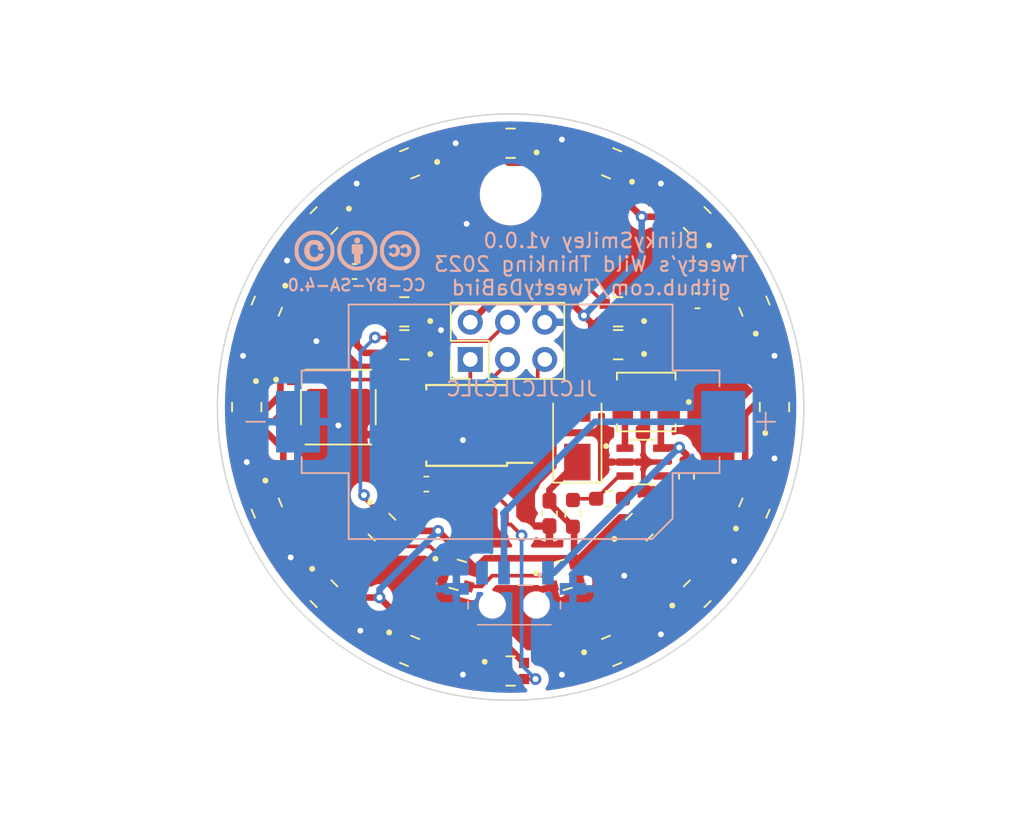
<source format=kicad_pcb>
(kicad_pcb (version 20211014) (generator pcbnew)
  (title_block (title "Blinky Heart") (date "2023-02-05") (rev "v1.0.0") (company "Tweety's Wild Thinking") (comment 1 "Markus Knutsson <markus.knutsson@tweety.se>") (comment 2 "Licensed under Creative Commons BY-SA 4.0 International "))
  (layers (0 "F.Cu" signal) (31 "B.Cu" signal) (34 "B.Paste" user) (35 "F.Paste" user) (36 "B.SilkS" user "B.Silkscreen") (37 "F.SilkS" user "F.Silkscreen") (38 "B.Mask" user) (39 "F.Mask" user) (44 "Edge.Cuts" user))
  (net 0 "")
  (net 2 "MISO")
  (net 3 "VCC")
  (net 4 "SCK")
  (net 5 "MOSI")
  (net 6 "RESET")
  (net 7 "GND")
  (net 8 "Net-(LED1-Pad1)")
  (net 9 "RGB")
  (net 10 "Net-(LED2-Pad1)")
  (net 11 "Net-(LED3-Pad1)")
  (net 12 "Net-(LED4-Pad1)")
  (net 13 "Net-(LED5-Pad1)")
  (net 14 "Net-(LED6-Pad1)")
  (net 15 "Net-(LED7-Pad1)")
  (net 16 "Net-(LED8-Pad1)")
  (net 17 "Net-(LED10-Pad3)")
  (net 18 "Net-(LED10-Pad1)")
  (net 19 "Net-(LED11-Pad1)")
  (net 20 "Net-(LED12-Pad1)")
  (net 21 "Net-(LED13-Pad1)")
  (net 22 "Net-(LED14-Pad1)")
  (net 23 "Net-(LED15-Pad1)")
  (net 24 "Net-(LED16-Pad1)")
  (net 25 "Net-(LED17-Pad1)")
  (net 26 "Net-(LED18-Pad1)")
  (net 27 "Net-(LED19-Pad1)")
  (net 28 "Net-(LED20-Pad1)")
  (net 29 "Net-(LED21-Pad1)")
  (net 30 "Net-(LED22-Pad1)")
  (net 31 "Net-(LED23-Pad1)")
  (net 33 "Net-(R1-Pad2)")
  (net 35 "/Bat+")
  (net 36 "/PWR")
  (net 37 "/PWR2")
  (footprint "WS2812-2020:LED_WS2812-2020" (layer "F.Cu") (at 137.727922 102.727922 45)
    (fp_text reference "LED15" hide)
    (fp_text value "XL-2020RGBC-WS2812B")
    (pad "1" smd rect (at -0.915 -0.55 45) (size 0.7 0.7) (layers "F.Cu" "F.Paste" "F.Mask") (net 23 "Net-(LED15-Pad1)"))
    (pad "2" smd rect (at -0.915 0.55 45) (size 0.7 0.7) (layers "F.Cu" "F.Paste" "F.Mask") (net 7 "GND"))
    (pad "3" smd rect (at 0.915 0.55 225) (size 0.7 0.7) (layers "F.Cu" "F.Paste" "F.Mask") (net 22 "Net-(LED14-Pad1)"))
    (pad "4" smd rect (at 0.915 -0.55 225) (size 0.7 0.7) (layers "F.Cu" "F.Paste" "F.Mask") (net 3 "VCC"))
  )
  (footprint "Capacitor_SMD:C_0603_1608Metric_Pad1.08x0.95mm_HandSolder" (layer "F.Cu") (at 127.65 97.25 -90)
    (fp_text reference "C5" hide)
    (fp_text value "1uF")
    (pad "1" smd roundrect (at -0.8625 0 270) (size 1.075 0.95) (layers "F.Cu" "F.Paste" "F.Mask") (net 3 "VCC"))
    (pad "2" smd roundrect (at 0.8625 0 270) (size 1.075 0.95) (layers "F.Cu" "F.Paste" "F.Mask") (net 7 "GND"))
  )
  (footprint "WS2812-2020:LED_WS2812-2020" (layer "F.Cu") (at 118.111698 106.629832 -22.5)
    (fp_text reference "LED2" hide)
    (fp_text value "XL-2020RGBC-WS2812B")
    (pad "1" smd rect (at -0.915 -0.55 337.5) (size 0.7 0.7) (layers "F.Cu" "F.Paste" "F.Mask") (net 10 "Net-(LED2-Pad1)"))
    (pad "2" smd rect (at -0.915 0.55 337.5) (size 0.7 0.7) (layers "F.Cu" "F.Paste" "F.Mask") (net 7 "GND"))
    (pad "3" smd rect (at 0.915 0.55 157.5) (size 0.7 0.7) (layers "F.Cu" "F.Paste" "F.Mask") (net 8 "Net-(LED1-Pad1)"))
    (pad "4" smd rect (at 0.915 -0.55 157.5) (size 0.7 0.7) (layers "F.Cu" "F.Paste" "F.Mask") (net 3 "VCC"))
  )
  (footprint "WS2812-2020:LED_WS2812-2020" (layer "F.Cu") (at 133.776244 98.18398 45)
    (fp_text reference "LED17" hide)
    (fp_text value "XL-2020RGBC-WS2812B")
    (pad "1" smd rect (at -0.915 -0.55 45) (size 0.7 0.7) (layers "F.Cu" "F.Paste" "F.Mask") (net 25 "Net-(LED17-Pad1)"))
    (pad "2" smd rect (at -0.915 0.55 45) (size 0.7 0.7) (layers "F.Cu" "F.Paste" "F.Mask") (net 7 "GND"))
    (pad "3" smd rect (at 0.915 0.55 225) (size 0.7 0.7) (layers "F.Cu" "F.Paste" "F.Mask") (net 24 "Net-(LED16-Pad1)"))
    (pad "4" smd rect (at 0.915 -0.55 225) (size 0.7 0.7) (layers "F.Cu" "F.Paste" "F.Mask") (net 3 "VCC"))
  )
  (footprint "WS2812-2020:LED_WS2812-2020" (layer "F.Cu") (at 132.335 83.5 180)
    (fp_text reference "LED23" hide)
    (fp_text value "XL-2020RGBC-WS2812B")
    (pad "1" smd rect (at -0.915 -0.55 180) (size 0.7 0.7) (layers "F.Cu" "F.Paste" "F.Mask") (net 31 "Net-(LED23-Pad1)"))
    (pad "2" smd rect (at -0.915 0.55 180) (size 0.7 0.7) (layers "F.Cu" "F.Paste" "F.Mask") (net 7 "GND"))
    (pad "3" smd rect (at 0.915 0.55) (size 0.7 0.7) (layers "F.Cu" "F.Paste" "F.Mask") (net 30 "Net-(LED22-Pad1)"))
    (pad "4" smd rect (at 0.915 -0.55) (size 0.7 0.7) (layers "F.Cu" "F.Paste" "F.Mask") (net 3 "VCC"))
  )
  (footprint "Capacitor_SMD:C_0603_1608Metric_Pad1.08x0.95mm_HandSolder" (layer "F.Cu") (at 119.25 95.25)
    (fp_text reference "C1" hide)
    (fp_text value "100nF")
    (pad "1" smd roundrect (at -0.8625 0) (size 1.075 0.95) (layers "F.Cu" "F.Paste" "F.Mask") (net 3 "VCC"))
    (pad "2" smd roundrect (at 0.8625 0) (size 1.075 0.95) (layers "F.Cu" "F.Paste" "F.Mask") (net 7 "GND"))
  )
  (footprint "Diode_SMD:D_SMA" (layer "F.Cu") (at 129.55 91.75 90)
    (fp_text reference "D1" hide)
    (fp_text value "1N5819")
    (pad "1" smd rect (at -2 0 90) (size 2.5 1.8) (layers "F.Cu" "F.Paste" "F.Mask") (net 3 "VCC"))
    (pad "2" smd rect (at 2 0 90) (size 2.5 1.8) (layers "F.Cu" "F.Paste" "F.Mask") (net 37 "/PWR2"))
  )
  (footprint "AP3012KTR-G1:SOT95P280X145-5N" (layer "F.Cu") (at 134.05 93.75)
    (fp_text reference "U3" hide)
    (fp_text value "AP3012KTR-G1")
    (pad "1" smd roundrect locked (at -1.25 -0.95 270) (size 0.51 1.17) (layers "F.Cu" "F.Paste" "F.Mask") (roundrect_rratio 0.15) (net 37 "/PWR2"))
    (pad "2" smd roundrect locked (at -1.25 0 270) (size 0.51 1.17) (layers "F.Cu" "F.Paste" "F.Mask") (roundrect_rratio 0.15) (net 7 "GND"))
    (pad "3" smd roundrect locked (at -1.25 0.95 270) (size 0.51 1.17) (layers "F.Cu" "F.Paste" "F.Mask") (roundrect_rratio 0.15) (net 33 "Net-(R1-Pad2)"))
    (pad "4" smd roundrect locked (at 1.25 0.95 270) (size 0.51 1.17) (layers "F.Cu" "F.Paste" "F.Mask") (roundrect_rratio 0.15) (net 36 "/PWR"))
    (pad "5" smd roundrect locked (at 1.25 -0.95 270) (size 0.51 1.17) (layers "F.Cu" "F.Paste" "F.Mask") (roundrect_rratio 0.15) (net 36 "/PWR"))
  )
  (footprint "WS2812-2020:LED_WS2812-2020" (layer "F.Cu") (at 132.335 85.74405 180)
    (fp_text reference "LED24" hide)
    (fp_text value "XL-2020RGBC-WS2812B")
    (pad "1" smd rect (at -0.915 -0.55 180) (size 0.7 0.7) (layers "F.Cu" "F.Paste" "F.Mask"))
    (pad "2" smd rect (at -0.915 0.55 180) (size 0.7 0.7) (layers "F.Cu" "F.Paste" "F.Mask") (net 7 "GND"))
    (pad "3" smd rect (at 0.915 0.55) (size 0.7 0.7) (layers "F.Cu" "F.Paste" "F.Mask") (net 31 "Net-(LED23-Pad1)"))
    (pad "4" smd rect (at 0.915 -0.55) (size 0.7 0.7) (layers "F.Cu" "F.Paste" "F.Mask") (net 3 "VCC"))
  )
  (footprint "Package_SO:SOIC-8W_5.3x5.3mm_P1.27mm" (layer "F.Cu") (at 122 91.25 180)
    (fp_text reference "U1" hide)
    (fp_text value "ATTINY85-20SU")
    (pad "1" smd rect (at -3.65 -1.905 180) (size 1.7 0.65) (layers "F.Cu" "F.Paste" "F.Mask") (net 6 "RESET"))
    (pad "2" smd rect (at -3.65 -0.635 180) (size 1.7 0.65) (layers "F.Cu" "F.Paste" "F.Mask"))
    (pad "3" smd rect (at -3.65 0.635 180) (size 1.7 0.65) (layers "F.Cu" "F.Paste" "F.Mask") (net 9 "RGB"))
    (pad "4" smd rect (at -3.65 1.905 180) (size 1.7 0.65) (layers "F.Cu" "F.Paste" "F.Mask") (net 7 "GND"))
    (pad "5" smd rect (at 3.65 1.905 180) (size 1.7 0.65) (layers "F.Cu" "F.Paste" "F.Mask") (net 5 "MOSI"))
    (pad "6" smd rect (at 3.65 0.635 180) (size 1.7 0.65) (layers "F.Cu" "F.Paste" "F.Mask") (net 2 "MISO"))
    (pad "7" smd rect (at 3.65 -0.635 180) (size 1.7 0.65) (layers "F.Cu" "F.Paste" "F.Mask") (net 4 "SCK"))
    (pad "8" smd rect (at 3.65 -1.905 180) (size 1.7 0.65) (layers "F.Cu" "F.Paste" "F.Mask") (net 3 "VCC"))
  )
  (footprint "WS2812-2020:LED_WS2812-2020" (layer "F.Cu") (at 121.39153 101.444603 -16.25)
    (fp_text reference "LED19" hide)
    (fp_text value "XL-2020RGBC-WS2812B")
    (pad "1" smd rect (at -0.915 -0.55 343.75) (size 0.7 0.7) (layers "F.Cu" "F.Paste" "F.Mask") (net 27 "Net-(LED19-Pad1)"))
    (pad "2" smd rect (at -0.915 0.55 343.75) (size 0.7 0.7) (layers "F.Cu" "F.Paste" "F.Mask") (net 7 "GND"))
    (pad "3" smd rect (at 0.915 0.55 163.75) (size 0.7 0.7) (layers "F.Cu" "F.Paste" "F.Mask") (net 26 "Net-(LED18-Pad1)"))
    (pad "4" smd rect (at 0.915 -0.55 163.75) (size 0.7 0.7) (layers "F.Cu" "F.Paste" "F.Mask") (net 3 "VCC"))
  )
  (footprint "MountingHole:MountingHole_3.2mm_M3" (layer "F.Cu") (at 124.25 75.5)
    (fp_text reference "H1" hide)
    (fp_text value "MountingHole")
    (pad "" np_thru_hole circle (at 0.75 0) (size 3.2 3.2) (drill 3.2) (layers *.Cu *.Mask))
  )
  (footprint "WS2812-2020:LED_WS2812-2020" (layer "F.Cu") (at 116.223756 98.18398 -45)
    (fp_text reference "LED20" hide)
    (fp_text value "XL-2020RGBC-WS2812B")
    (pad "1" smd rect (at -0.915 -0.55 315) (size 0.7 0.7) (layers "F.Cu" "F.Paste" "F.Mask") (net 28 "Net-(LED20-Pad1)"))
    (pad "2" smd rect (at -0.915 0.55 315) (size 0.7 0.7) (layers "F.Cu" "F.Paste" "F.Mask") (net 7 "GND"))
    (pad "3" smd rect (at 0.915 0.55 135) (size 0.7 0.7) (layers "F.Cu" "F.Paste" "F.Mask") (net 27 "Net-(LED19-Pad1)"))
    (pad "4" smd rect (at 0.915 -0.55 135) (size 0.7 0.7) (layers "F.Cu" "F.Paste" "F.Mask") (net 3 "VCC"))
  )
  (footprint "WS2812-2020:LED_WS2812-2020" (layer "F.Cu") (at 112.272078 102.727922 -45)
    (fp_text reference "LED3" hide)
    (fp_text value "XL-2020RGBC-WS2812B")
    (pad "1" smd rect (at -0.915 -0.55 315) (size 0.7 0.7) (layers "F.Cu" "F.Paste" "F.Mask") (net 11 "Net-(LED3-Pad1)"))
    (pad "2" smd rect (at -0.915 0.55 315) (size 0.7 0.7) (layers "F.Cu" "F.Paste" "F.Mask") (net 7 "GND"))
    (pad "3" smd rect (at 0.915 0.55 135) (size 0.7 0.7) (layers "F.Cu" "F.Paste" "F.Mask") (net 10 "Net-(LED2-Pad1)"))
    (pad "4" smd rect (at 0.915 -0.55 135) (size 0.7 0.7) (layers "F.Cu" "F.Paste" "F.Mask") (net 3 "VCC"))
  )
  (footprint "WS2812-2020:LED_WS2812-2020" (layer "F.Cu") (at 131.888302 106.629832 22.5)
    (fp_text reference "LED16" hide)
    (fp_text value "XL-2020RGBC-WS2812B")
    (pad "1" smd rect (at -0.915 -0.55 22.5) (size 0.7 0.7) (layers "F.Cu" "F.Paste" "F.Mask") (net 24 "Net-(LED16-Pad1)"))
    (pad "2" smd rect (at -0.915 0.55 22.5) (size 0.7 0.7) (layers "F.Cu" "F.Paste" "F.Mask") (net 7 "GND"))
    (pad "3" smd rect (at 0.915 0.55 202.5) (size 0.7 0.7) (layers "F.Cu" "F.Paste" "F.Mask") (net 23 "Net-(LED15-Pad1)"))
    (pad "4" smd rect (at 0.915 -0.55 202.5) (size 0.7 0.7) (layers "F.Cu" "F.Paste" "F.Mask") (net 3 "VCC"))
  )
  (footprint "Capacitor_SMD:C_0603_1608Metric_Pad1.08x0.95mm_HandSolder" (layer "F.Cu") (at 137.75 82.75 180)
    (fp_text reference "C3" hide)
    (fp_text value "100nF")
    (pad "1" smd roundrect (at -0.8625 0 180) (size 1.075 0.95) (layers "F.Cu" "F.Paste" "F.Mask") (net 3 "VCC"))
    (pad "2" smd roundrect (at 0.8625 0 180) (size 1.075 0.95) (layers "F.Cu" "F.Paste" "F.Mask") (net 7 "GND"))
  )
  (footprint "WS2812-2020:LED_WS2812-2020" (layer "F.Cu") (at 141.629832 96.888302 67.5)
    (fp_text reference "LED14" hide)
    (fp_text value "XL-2020RGBC-WS2812B")
    (pad "1" smd rect (at -0.915 -0.55 67.5) (size 0.7 0.7) (layers "F.Cu" "F.Paste" "F.Mask") (net 22 "Net-(LED14-Pad1)"))
    (pad "2" smd rect (at -0.915 0.55 67.5) (size 0.7 0.7) (layers "F.Cu" "F.Paste" "F.Mask") (net 7 "GND"))
    (pad "3" smd rect (at 0.915 0.55 247.5) (size 0.7 0.7) (layers "F.Cu" "F.Paste" "F.Mask") (net 21 "Net-(LED13-Pad1)"))
    (pad "4" smd rect (at 0.915 -0.55 247.5) (size 0.7 0.7) (layers "F.Cu" "F.Paste" "F.Mask") (net 3 "VCC"))
  )
  (footprint "Capacitor_SMD:C_0603_1608Metric_Pad1.08x0.95mm_HandSolder" (layer "F.Cu") (at 114.3625 80.75)
    (fp_text reference "C2" hide)
    (fp_text value "100nF")
    (pad "1" smd roundrect (at -0.8625 0) (size 1.075 0.95) (layers "F.Cu" "F.Paste" "F.Mask") (net 3 "VCC"))
    (pad "2" smd roundrect (at 0.8625 0) (size 1.075 0.95) (layers "F.Cu" "F.Paste" "F.Mask") (net 7 "GND"))
  )
  (footprint "WS2812-2020:LED_WS2812-2020" (layer "F.Cu") (at 141.629832 83.111698 112.5)
    (fp_text reference "LED12" hide)
    (fp_text value "XL-2020RGBC-WS2812B")
    (pad "1" smd rect (at -0.915 -0.55 112.5) (size 0.7 0.7) (layers "F.Cu" "F.Paste" "F.Mask") (net 20 "Net-(LED12-Pad1)"))
    (pad "2" smd rect (at -0.915 0.55 112.5) (size 0.7 0.7) (layers "F.Cu" "F.Paste" "F.Mask") (net 7 "GND"))
    (pad "3" smd rect (at 0.915 0.55 292.5) (size 0.7 0.7) (layers "F.Cu" "F.Paste" "F.Mask") (net 19 "Net-(LED11-Pad1)"))
    (pad "4" smd rect (at 0.915 -0.55 292.5) (size 0.7 0.7) (layers "F.Cu" "F.Paste" "F.Mask") (net 3 "VCC"))
  )
  (footprint "WS2812-2020:LED_WS2812-2020" (layer "F.Cu") (at 117.75 83.5 180)
    (fp_text reference "LED22" hide)
    (fp_text value "XL-2020RGBC-WS2812B")
    (pad "1" smd rect (at -0.915 -0.55 180) (size 0.7 0.7) (layers "F.Cu" "F.Paste" "F.Mask") (net 30 "Net-(LED22-Pad1)"))
    (pad "2" smd rect (at -0.915 0.55 180) (size 0.7 0.7) (layers "F.Cu" "F.Paste" "F.Mask") (net 7 "GND"))
    (pad "3" smd rect (at 0.915 0.55) (size 0.7 0.7) (layers "F.Cu" "F.Paste" "F.Mask") (net 29 "Net-(LED21-Pad1)"))
    (pad "4" smd rect (at 0.915 -0.55) (size 0.7 0.7) (layers "F.Cu" "F.Paste" "F.Mask") (net 3 "VCC"))
  )
  (footprint "FDSD0420-H-100M_P3:IND_FDSD0420-H-100M=P3" (layer "F.Cu") (at 134.25 89.65 180)
    (fp_text reference "L1" hide)
    (fp_text value "10uF")
    (pad "1" smd rect (at -1.6 0 180) (size 1.4 2.4) (layers "F.Cu" "F.Paste" "F.Mask") (net 36 "/PWR"))
    (pad "2" smd rect (at 1.6 0 180) (size 1.4 2.4) (layers "F.Cu" "F.Paste" "F.Mask") (net 37 "/PWR2"))
  )
  (footprint "WS2812-2020:LED_WS2812-2020" (layer "F.Cu") (at 117.75 85.75 180)
    (fp_text reference "LED21" hide)
    (fp_text value "XL-2020RGBC-WS2812B")
    (pad "1" smd rect (at -0.915 -0.55 180) (size 0.7 0.7) (layers "F.Cu" "F.Paste" "F.Mask") (net 29 "Net-(LED21-Pad1)"))
    (pad "2" smd rect (at -0.915 0.55 180) (size 0.7 0.7) (layers "F.Cu" "F.Paste" "F.Mask") (net 7 "GND"))
    (pad "3" smd rect (at 0.915 0.55) (size 0.7 0.7) (layers "F.Cu" "F.Paste" "F.Mask") (net 28 "Net-(LED20-Pad1)"))
    (pad "4" smd rect (at 0.915 -0.55) (size 0.7 0.7) (layers "F.Cu" "F.Paste" "F.Mask") (net 3 "VCC"))
  )
  (footprint "WS2812-2020:LED_WS2812-2020" (layer "F.Cu") (at 128.60847 101.444603 16.25)
    (fp_text reference "LED18" hide)
    (fp_text value "XL-2020RGBC-WS2812B")
    (pad "1" smd rect (at -0.915 -0.55 16.25) (size 0.7 0.7) (layers "F.Cu" "F.Paste" "F.Mask") (net 26 "Net-(LED18-Pad1)"))
    (pad "2" smd rect (at -0.915 0.55 16.25) (size 0.7 0.7) (layers "F.Cu" "F.Paste" "F.Mask") (net 7 "GND"))
    (pad "3" smd rect (at 0.915 0.55 196.25) (size 0.7 0.7) (layers "F.Cu" "F.Paste" "F.Mask") (net 25 "Net-(LED17-Pad1)"))
    (pad "4" smd rect (at 0.915 -0.55 196.25) (size 0.7 0.7) (layers "F.Cu" "F.Paste" "F.Mask") (net 3 "VCC"))
  )
  (footprint "Capacitor_SMD:C_0603_1608Metric_Pad1.08x0.95mm_HandSolder" (layer "F.Cu") (at 137 94.75 -90)
    (fp_text reference "C4" hide)
    (fp_text value "1uF")
    (pad "1" smd roundrect (at -0.8625 0 270) (size 1.075 0.95) (layers "F.Cu" "F.Paste" "F.Mask") (net 36 "/PWR"))
    (pad "2" smd roundrect (at 0.8625 0 270) (size 1.075 0.95) (layers "F.Cu" "F.Paste" "F.Mask") (net 7 "GND"))
  )
  (footprint "WS2812-2020:LED_WS2812-2020" (layer "F.Cu") (at 137.727922 77.272078 135)
    (fp_text reference "LED11" hide)
    (fp_text value "XL-2020RGBC-WS2812B")
    (pad "1" smd rect (at -0.915 -0.55 135) (size 0.7 0.7) (layers "F.Cu" "F.Paste" "F.Mask") (net 19 "Net-(LED11-Pad1)"))
    (pad "2" smd rect (at -0.915 0.55 135) (size 0.7 0.7) (layers "F.Cu" "F.Paste" "F.Mask") (net 7 "GND"))
    (pad "3" smd rect (at 0.915 0.55 315) (size 0.7 0.7) (layers "F.Cu" "F.Paste" "F.Mask") (net 18 "Net-(LED10-Pad1)"))
    (pad "4" smd rect (at 0.915 -0.55 315) (size 0.7 0.7) (layers "F.Cu" "F.Paste" "F.Mask") (net 3 "VCC"))
  )
  (footprint "WS2812-2020:LED_WS2812-2020" (layer "F.Cu") (at 107 90 -90)
    (fp_text reference "LED5" hide)
    (fp_text value "XL-2020RGBC-WS2812B")
    (pad "1" smd rect (at -0.915 -0.55 270) (size 0.7 0.7) (layers "F.Cu" "F.Paste" "F.Mask") (net 13 "Net-(LED5-Pad1)"))
    (pad "2" smd rect (at -0.915 0.55 270) (size 0.7 0.7) (layers "F.Cu" "F.Paste" "F.Mask") (net 7 "GND"))
    (pad "3" smd rect (at 0.915 0.55 90) (size 0.7 0.7) (layers "F.Cu" "F.Paste" "F.Mask") (net 12 "Net-(LED4-Pad1)"))
    (pad "4" smd rect (at 0.915 -0.55 90) (size 0.7 0.7) (layers "F.Cu" "F.Paste" "F.Mask") (net 3 "VCC"))
  )
  (footprint "WS2812-2020:LED_WS2812-2020" (layer "F.Cu") (at 112.272078 77.272078 -135)
    (fp_text reference "LED7" hide)
    (fp_text value "XL-2020RGBC-WS2812B")
    (pad "1" smd rect (at -0.915 -0.55 225) (size 0.7 0.7) (layers "F.Cu" "F.Paste" "F.Mask") (net 15 "Net-(LED7-Pad1)"))
    (pad "2" smd rect (at -0.915 0.55 225) (size 0.7 0.7) (layers "F.Cu" "F.Paste" "F.Mask") (net 7 "GND"))
    (pad "3" smd rect (at 0.915 0.55 45) (size 0.7 0.7) (layers "F.Cu" "F.Paste" "F.Mask") (net 14 "Net-(LED6-Pad1)"))
    (pad "4" smd rect (at 0.915 -0.55 45) (size 0.7 0.7) (layers "F.Cu" "F.Paste" "F.Mask") (net 3 "VCC"))
  )
  (footprint "WS2812-2020:LED_WS2812-2020" (layer "F.Cu") (at 125 108)
    (fp_text reference "LED1" hide)
    (fp_text value "XL-2020RGBC-WS2812B")
    (pad "1" smd rect (at -0.915 -0.55) (size 0.7 0.7) (layers "F.Cu" "F.Paste" "F.Mask") (net 8 "Net-(LED1-Pad1)"))
    (pad "2" smd rect (at -0.915 0.55) (size 0.7 0.7) (layers "F.Cu" "F.Paste" "F.Mask") (net 7 "GND"))
    (pad "3" smd rect (at 0.915 0.55 180) (size 0.7 0.7) (layers "F.Cu" "F.Paste" "F.Mask") (net 9 "RGB"))
    (pad "4" smd rect (at 0.915 -0.55 180) (size 0.7 0.7) (layers "F.Cu" "F.Paste" "F.Mask") (net 3 "VCC"))
  )
  (footprint "Resistor_SMD:R_0603_1608Metric_Pad0.98x0.95mm_HandSolder" (layer "F.Cu") (at 131.75 96.25)
    (fp_text reference "R2" hide)
    (fp_text value "5K")
    (pad "1" smd roundrect (at -0.9125 0) (size 0.975 0.95) (layers "F.Cu" "F.Paste" "F.Mask") (net 33 "Net-(R1-Pad2)"))
    (pad "2" smd roundrect (at 0.9125 0) (size 0.975 0.95) (layers "F.Cu" "F.Paste" "F.Mask") (net 7 "GND"))
  )
  (footprint "TS-1187A:SW_TS-1187A-B-A-B" (layer "F.Cu") (at 113.25 90)
    (fp_text reference "S1" hide)
    (fp_text value "TS-1187A-B-A-B")
    (pad "A" smd rect (at -3 -1.875) (size 1 0.75) (layers "F.Cu" "F.Paste" "F.Mask") (net 2 "MISO"))
    (pad "B" smd rect (at 3 -1.875) (size 1 0.75) (layers "F.Cu" "F.Paste" "F.Mask") (net 2 "MISO"))
    (pad "C" smd rect (at -3 1.875) (size 1 0.75) (layers "F.Cu" "F.Paste" "F.Mask") (net 7 "GND"))
    (pad "D" smd rect (at 3 1.875) (size 1 0.75) (layers "F.Cu" "F.Paste" "F.Mask") (net 7 "GND"))
  )
  (footprint "Resistor_SMD:R_0603_1608Metric_Pad0.98x0.95mm_HandSolder" (layer "F.Cu") (at 129.25 97.25 90)
    (fp_text reference "R1" hide)
    (fp_text value "10K")
    (pad "1" smd roundrect (at -0.9125 0 90) (size 0.975 0.95) (layers "F.Cu" "F.Paste" "F.Mask") (net 3 "VCC"))
    (pad "2" smd roundrect (at 0.9125 0 90) (size 0.975 0.95) (layers "F.Cu" "F.Paste" "F.Mask") (net 33 "Net-(R1-Pad2)"))
  )
  (footprint "Connector_PinHeader_2.54mm:PinHeader_2x03_P2.54mm_Vertical" (layer "F.Cu") (at 122.25 86.75 90)
    (fp_text reference "J1" hide)
    (fp_text value "AVR-ISP-6")
    (pad "1" thru_hole rect (at 0 0 90) (size 1.7 1.7) (drill 1) (layers *.Cu *.Mask) (net 2 "MISO"))
    (pad "2" thru_hole oval (at 2.54 0 90) (size 1.7 1.7) (drill 1) (layers *.Cu *.Mask) (net 3 "VCC"))
    (pad "3" thru_hole oval (at 0 2.54 90) (size 1.7 1.7) (drill 1) (layers *.Cu *.Mask) (net 4 "SCK"))
    (pad "4" thru_hole oval (at 2.54 2.54 90) (size 1.7 1.7) (drill 1) (layers *.Cu *.Mask) (net 5 "MOSI"))
    (pad "5" thru_hole oval (at 0 5.08 90) (size 1.7 1.7) (drill 1) (layers *.Cu *.Mask) (net 6 "RESET"))
    (pad "6" thru_hole oval (at 2.54 5.08 90) (size 1.7 1.7) (drill 1) (layers *.Cu *.Mask) (net 7 "GND"))
  )
  (footprint "WS2812-2020:LED_WS2812-2020" (layer "F.Cu") (at 108.370168 83.111698 -112.5)
    (fp_text reference "LED6" hide)
    (fp_text value "XL-2020RGBC-WS2812B")
    (pad "1" smd rect (at -0.915 -0.55 247.5) (size 0.7 0.7) (layers "F.Cu" "F.Paste" "F.Mask") (net 14 "Net-(LED6-Pad1)"))
    (pad "2" smd rect (at -0.915 0.55 247.5) (size 0.7 0.7) (layers "F.Cu" "F.Paste" "F.Mask") (net 7 "GND"))
    (pad "3" smd rect (at 0.915 0.55 67.5) (size 0.7 0.7) (layers "F.Cu" "F.Paste" "F.Mask") (net 13 "Net-(LED5-Pad1)"))
    (pad "4" smd rect (at 0.915 -0.55 67.5) (size 0.7 0.7) (layers "F.Cu" "F.Paste" "F.Mask") (net 3 "VCC"))
  )
  (footprint "WS2812-2020:LED_WS2812-2020" (layer "F.Cu") (at 131.888302 73.370168 157.5)
    (fp_text reference "LED10" hide)
    (fp_text value "XL-2020RGBC-WS2812B")
    (pad "1" smd rect (at -0.915 -0.55 157.5) (size 0.7 0.7) (layers "F.Cu" "F.Paste" "F.Mask") (net 18 "Net-(LED10-Pad1)"))
    (pad "2" smd rect (at -0.915 0.55 157.5) (size 0.7 0.7) (layers "F.Cu" "F.Paste" "F.Mask") (net 7 "GND"))
    (pad "3" smd rect (at 0.915 0.55 337.5) (size 0.7 0.7) (layers "F.Cu" "F.Paste" "F.Mask") (net 17 "Net-(LED10-Pad3)"))
    (pad "4" smd rect (at 0.915 -0.55 337.5) (size 0.7 0.7) (layers "F.Cu" "F.Paste" "F.Mask") (net 3 "VCC"))
  )
  (footprint "WS2812-2020:LED_WS2812-2020" (layer "F.Cu") (at 118.111698 73.370168 -157.5)
    (fp_text reference "LED8" hide)
    (fp_text value "XL-2020RGBC-WS2812B")
    (pad "1" smd rect (at -0.915 -0.55 202.5) (size 0.7 0.7) (layers "F.Cu" "F.Paste" "F.Mask") (net 16 "Net-(LED8-Pad1)"))
    (pad "2" smd rect (at -0.915 0.55 202.5) (size 0.7 0.7) (layers "F.Cu" "F.Paste" "F.Mask") (net 7 "GND"))
    (pad "3" smd rect (at 0.915 0.55 22.5) (size 0.7 0.7) (layers "F.Cu" "F.Paste" "F.Mask") (net 15 "Net-(LED7-Pad1)"))
    (pad "4" smd rect (at 0.915 -0.55 22.5) (size 0.7 0.7) (layers "F.Cu" "F.Paste" "F.Mask") (net 3 "VCC"))
  )
  (footprint "WS2812-2020:LED_WS2812-2020" (layer "F.Cu") (at 108.370168 96.888302 -67.5)
    (fp_text reference "LED4" hide)
    (fp_text value "XL-2020RGBC-WS2812B")
    (pad "1" smd rect (at -0.915 -0.55 292.5) (size 0.7 0.7) (layers "F.Cu" "F.Paste" "F.Mask") (net 12 "Net-(LED4-Pad1)"))
    (pad "2" smd rect (at -0.915 0.55 292.5) (size 0.7 0.7) (layers "F.Cu" "F.Paste" "F.Mask") (net 7 "GND"))
    (pad "3" smd rect (at 0.915 0.55 112.5) (size 0.7 0.7) (layers "F.Cu" "F.Paste" "F.Mask") (net 11 "Net-(LED3-Pad1)"))
    (pad "4" smd rect (at 0.915 -0.55 112.5) (size 0.7 0.7) (layers "F.Cu" "F.Paste" "F.Mask") (net 3 "VCC"))
  )
  (footprint "WS2812-2020:LED_WS2812-2020" (layer "F.Cu") (at 143 90 90)
    (fp_text reference "LED13" hide)
    (fp_text value "XL-2020RGBC-WS2812B")
    (pad "1" smd rect (at -0.915 -0.55 90) (size 0.7 0.7) (layers "F.Cu" "F.Paste" "F.Mask") (net 21 "Net-(LED13-Pad1)"))
    (pad "2" smd rect (at -0.915 0.55 90) (size 0.7 0.7) (layers "F.Cu" "F.Paste" "F.Mask") (net 7 "GND"))
    (pad "3" smd rect (at 0.915 0.55 270) (size 0.7 0.7) (layers "F.Cu" "F.Paste" "F.Mask") (net 20 "Net-(LED12-Pad1)"))
    (pad "4" smd rect (at 0.915 -0.55 270) (size 0.7 0.7) (layers "F.Cu" "F.Paste" "F.Mask") (net 3 "VCC"))
  )
  (footprint "WS2812-2020:LED_WS2812-2020" (layer "F.Cu") (at 125 72 180)
    (fp_text reference "LED9" hide)
    (fp_text value "XL-2020RGBC-WS2812B")
    (pad "1" smd rect (at -0.915 -0.55 180) (size 0.7 0.7) (layers "F.Cu" "F.Paste" "F.Mask") (net 17 "Net-(LED10-Pad3)"))
    (pad "2" smd rect (at -0.915 0.55 180) (size 0.7 0.7) (layers "F.Cu" "F.Paste" "F.Mask") (net 7 "GND"))
    (pad "3" smd rect (at 0.915 0.55) (size 0.7 0.7) (layers "F.Cu" "F.Paste" "F.Mask") (net 16 "Net-(LED8-Pad1)"))
    (pad "4" smd rect (at 0.915 -0.55) (size 0.7 0.7) (layers "F.Cu" "F.Paste" "F.Mask") (net 3 "VCC"))
  )
  (footprint "CR2032-BS-6-1:BAT_CR2032-BS-6-1" (layer "B.Cu") (at 125 91 180)
    (fp_text reference "BT1" hide)
    (fp_text value "CR2032-BS-6-1")
    (pad "1" smd rect (at -14.5 0 180) (size 3 4.2) (layers "B.Cu" "B.Paste" "B.Mask") (net 35 "/Bat+"))
    (pad "2" smd rect (at 14.5 0 180) (size 3 4.2) (layers "B.Cu" "B.Paste" "B.Mask") (net 7 "GND"))
  )
  (footprint "Keyboard Common:MSK12C02" (layer "B.Cu") (at 125.25 103.5 180)
    (fp_text reference "SW1" hide)
    (fp_text value "MSK12C02" hide)
    (pad "" np_thru_hole circle (at 1.5 0 180) (size 0.85 0.85) (drill 0.85) (layers *.Cu *.Mask))
    (pad "" np_thru_hole circle (at -1.5 0 180) (size 0.85 0.85) (drill 0.85) (layers *.Cu *.Mask))
    (pad "A1" smd rect (at -2.3 2.2 180) (size 0.8 1.6) (layers "B.Cu" "B.Paste" "B.Mask") (net 36 "/PWR"))
    (pad "B1" smd rect (at 0.7 2.2 180) (size 0.8 1.6) (layers "B.Cu" "B.Paste" "B.Mask") (net 35 "/Bat+"))
    (pad "C1" smd rect (at 2.2 2.2 180) (size 0.8 1.6) (layers "B.Cu" "B.Paste" "B.Mask"))
    (pad "MP" smd rect (at 3.95 -1.1 90) (size 0.8 1.7) (layers "B.Cu" "B.Paste" "B.Mask") (net 7 "GND"))
    (pad "MP" smd rect (at 3.95 1.1 90) (size 0.8 1.7) (layers "B.Cu" "B.Paste" "B.Mask") (net 7 "GND"))
    (pad "MP" smd rect (at -4 1.1 90) (size 0.8 1.8) (layers "B.Cu" "B.Paste" "B.Mask") (net 7 "GND"))
    (pad "MP" smd rect (at -4 -1.1 90) (size 0.8 1.8) (layers "B.Cu" "B.Paste" "B.Mask") (net 7 "GND"))
  )
  (footprint "Logotypes:CC_BY_SA_40" (layer "B.Cu") (at 114.5 80.25 180)
    (fp_text reference "Logo1")
    (fp_text value "CC-BY-SA-4.0" (at 0 -1.43) (layer "B.SilkS") (effects (font (size 0.8 0.8)) (justify mirror)))
  )
  (gr_circle (center 125 90) (end 145 90) (layer "Edge.Cuts") (width 0.1) (fill none))
  (gr_text "JLCJLCJLCJLC" (at 125.75 88.75) (layer "B.SilkS") (effects (font (size 1 1)) (justify mirror)))
  (gr_text "BlinkySmiley v1.0.0\nTweety's Wild Thinking 2023\ngithub.com/TweetyDaBird\n" (at 130.5 80.25) (layer "B.SilkS") (effects (font (size 1 1)) (justify mirror)))
  (segment (start 116.25 88.125) (end 110.25 88.125) (width 0.25) (layer "F.Cu") (net 2))
  (segment (start 122.25 88.1) (end 119.735 90.615) (width 0.25) (layer "F.Cu") (net 2))
  (segment (start 116.25 89.04) (end 116.25 88.125) (width 0.25) (layer "F.Cu") (net 2))
  (segment (start 122.25 86.75) (end 122.25 88.1) (width 0.25) (layer "F.Cu") (net 2))
  (segment (start 117.825 90.615) (end 116.25 89.04) (width 0.25) (layer "F.Cu") (net 2))
  (segment (start 119.735 90.615) (end 118.35 90.615) (width 0.25) (layer "F.Cu") (net 2))
  (segment (start 118.35 90.615) (end 117.825 90.615) (width 0.25) (layer "F.Cu") (net 2))
  (segment (start 113.5 82.35) (end 113.5 80.75) (width 0.45) (layer "F.Cu") (net 3))
  (segment (start 121.753664 74.496336) (end 123.7 72.55) (width 0.45) (layer "F.Cu") (net 3))
  (segment (start 124.668975 106.203975) (end 119.435403 106.203975) (width 0.45) (layer "F.Cu") (net 3))
  (segment (start 124.86 73.325) (end 130.62933 73.325) (width 0.45) (layer "F.Cu") (net 3))
  (segment (start 110.082476 84.167524) (end 113.5 80.75) (width 0.45) (layer "F.Cu") (net 3))
  (segment (start 129.33301 100.660532) (end 128.986139 100.313661) (width 0.45) (layer "F.Cu") (net 3))
  (segment (start 113.5 80.75) (end 113.5 79.794005) (width 0.45) (layer "F.Cu") (net 3))
  (segment (start 114.469123 78.307989) (end 117.476824 75.300288) (width 0.45) (layer "F.Cu") (net 3))
  (segment (start 122.423882 101.172619) (end 122.423882 100.808054) (width 0.45) (layer "F.Cu") (net 3))
  (segment (start 116.060523 102.986016) (end 119.167524 106.093017) (width 0.45) (layer "F.Cu") (net 3))
  (segment (start 122.423882 100.808054) (end 120.057902 98.442074) (width 0.45) (layer "F.Cu") (net 3))
  (segment (start 140.771543 82.476824) (end 138.885676 82.476824) (width 0.45) (layer "F.Cu") (net 3))
  (segment (start 136.511991 96.900581) (end 137.986016 98.374606) (width 0.45) (layer "F.Cu") (net 3))
  (segment (start 137.986016 98.374606) (end 137.986016 101.692011) (width 0.45) (layer "F.Cu") (net 3))
  (segment (start 124.085 72.55) (end 124.86 73.325) (width 0.45) (layer "F.Cu") (net 3))
  (segment (start 130.832476 73.906983) (end 133.939477 77.013984) (width 0.45) (layer "F.Cu") (net 3))
  (segment (start 130.5 84.56405) (end 131.01405 84.05) (width 0.45) (layer "F.Cu") (net 3))
  (segment (start 142.415 89.085) (end 141 90.5) (width 0.45) (layer "F.Cu") (net 3))
  (segment (start 132.523176 104.976824) (end 135.807989 101.692011) (width 0.45) (layer "F.Cu") (net 3))
  (segment (start 138.6125 81.1125) (end 138.6125 82.75) (width 0.45) (layer "F.Cu") (net 3))
  (segment (start 118.35 93.155) (end 118.35 95.2125) (width 0.45) (layer "F.Cu") (net 3))
  (segment (start 129.33301 100.660532) (end 129.33301 98.24551) (width 0.45) (layer "F.Cu") (net 3))
  (segment (start 130.62933 73.325) (end 130.832476 73.528146) (width 0.45) (layer "F.Cu") (net 3))
  (segment (start 117.744703 74.496336) (end 121.753664 74.496336) (width 0.45) (layer "F.Cu") (net 3))
  (segment (start 112.013984 78.307989) (end 114.469123 78.307989) (width 0.45) (layer "F.Cu") (net 3))
  (segment (start 113.307989 101.030877) (end 109.800288 97.523176) (width 0.45) (layer "F.Cu") (net 3))
  (segment (start 119.435403 106.203975) (end 119.167524 106.471854) (width 0.45) (layer "F.Cu") (net 3))
  (segment (start 134.034338 97.148069) (end 134.281826 96.900581) (width 0.45) (layer "F.Cu") (net 3))
  (segment (start 114.5 84.75) (end 115.2 84.05) (width 0.45) (layer "F.Cu") (net 3))
  (segment (start 129.33301 98.24551) (end 129.25 98.1625) (width 0.45) (layer "F.Cu") (net 3))
  (segment (start 127.65 96.5625) (end 129.25 98.1625) (width 0.45) (layer "F.Cu") (net 3))
  (segment (start 131.42 86.29405) (end 130.97 86.29405) (width 0.45) (layer "F.Cu") (net 3))
  (segment (start 113.307989 102.986016) (end 116.060523 102.986016) (width 0.45) (layer "F.Cu") (net 3))
  (segment (start 113.5 79.794005) (end 112.013984 78.307989) (width 0.45) (layer "F.Cu") (net 3))
  (segment (start 130.832476 73.528146) (end 130.832476 73.906983) (width 0.45) (layer "F.Cu") (net 3))
  (segment (start 130 83.75) (end 128 81.75) (width 0.45) (layer "F.Cu") (net 3))
  (segment (start 135.807989 101.692011) (end 137.986016 101.692011) (width 0.45) (layer "F.Cu") (net 3))
  (segment (start 142.45 89.085) (end 142.415 89.085) (width 0.45) (layer "F.Cu") (net 3))
  (segment (start 134.281826 96.900581) (end 136.511991 96.900581) (width 0.45) (layer "F.Cu") (net 3))
  (segment (start 141 95.360622) (end 137.986016 98.374606) (width 0.45) (layer "F.Cu") (net 3))
  (segment (start 130.5 84.56405) (end 130.5 84.25) (width 0.45) (layer "F.Cu") (net 3))
  (segment (start 117.259667 98.442074) (end 117.259667 96.377833) (width 0.45) (layer "F.Cu") (net 3))
  (segment (start 109.800288 97.523176) (end 109.228457 97.523176) (width 0.45) (layer "F.Cu") (net 3))
  (segment (start 132.523176 105.771543) (end 132.523176 104.976824) (width 0.45) (layer "F.Cu") (net 3))
  (segment (start 133.660308 97.522099) (end 134.034338 97.148069) (width 0.45) (layer "F.Cu") (net 3))
  (segment (start 129.33301 100.660532) (end 132.471443 97.522099) (width 0.45) (layer "F.Cu") (net 3))
  (segment (start 118.35 95.2125) (end 118.3875 95.25) (width 0.45) (layer "F.Cu") (net 3))
  (segment (start 138.6125 84.8625) (end 138.6125 82.75) (width 0.45) (layer "F.Cu") (net 3))
  (segment (start 124.71 81.75) (end 122.25 84.21) (width 0.45) (layer "F.Cu") (net 3))
  (segment (start 109.299501 89.165499) (end 109.299501 84.938879) (width 0.45) (layer "F.Cu") (net 3))
  (segment (start 142.45 88.7) (end 138.6125 84.8625) (width 0.45) (layer "F.Cu") (net 3))
  (segment (start 142.45 89.085) (end 142.45 88.7) (width 0.45) (layer "F.Cu") (net 3))
  (segment (start 141 95.360622) (end 141.471854 95.832476) (width 0.45) (layer "F.Cu") (net 3))
  (segment (start 108.528146 84.167524) (end 110.082476 84.167524) (width 0.45) (layer "F.Cu") (net 3))
  (segment (start 127.65 95.65) (end 129.55 93.75) (width 0.45) (layer "F.Cu") (net 3))
  (segment (start 132.471443 97.522099) (end 133.660308 97.522099) (width 0.45) (layer "F.Cu") (net 3))
  (segment (start 109.496336 92.861336) (end 107.55 90.915) (width 0.45) (layer "F.Cu") (net 3))
  (segment (start 115.2 84.05) (end 116.835 84.05) (width 0.45) (layer "F.Cu") (net 3))
  (segment (start 133.939477 77.013984) (end 136.692011 77.013984) (width 0.45) (layer "F.Cu") (net 3))
  (segment (start 117.476824 74.228457) (end 117.744703 74.496336) (width 0.45) (layer "F.Cu") (net 3))
  (segment (start 136.692011 79.192011) (end 138.6125 81.1125) (width 0.45) (layer "F.Cu") (net 3))
  (segment (start 127.65 96.3875) (end 127.65 95.65) (width 0.45) (layer "F.Cu") (net 3))
  (segment (start 128 81.75) (end 124.71 81.75) (width 0.45) (layer "F.Cu") (net 3))
  (segment (start 109.496336 97.255297) (end 109.496336 92.861336) (width 0.45) (layer "F.Cu") (net 3))
  (segment (start 120.057902 98.442074) (end 117.259667 98.442074) (width 0.45) (layer "F.Cu") (net 3))
  (segment (start 115.05 86.3) (end 114.5 85.75) (width 0.45) (layer "F.Cu") (net 3))
  (segment (start 107.55 90.915) (end 109.299501 89.165499) (width 0.45) (layer "F.Cu") (net 3))
  (segment (start 116.835 86.3) (end 115.05 86.3) (width 0.45) (layer "F.Cu") (net 3))
  (segment (start 138.885676 82.476824) (end 138.6125 82.75) (width 0.45) (layer "F.Cu") (net 3))
  (segment (start 117.476824 75.300288) (end 117.476824 74.228457) (width 0.45) (layer "F.Cu") (net 3))
  (segment (start 117.259667 96.377833) (end 118.3875 95.25) (width 0.45) (layer "F.Cu") (net 3))
  (segment (start 109.299501 84.938879) (end 108.528146 84.167524) (width 0.45) (layer "F.Cu") (net 3))
  (segment (start 125.915 107.45) (end 124.668975 106.203975) (width 0.45) (layer "F.Cu") (net 3))
  (segment (start 109.228457 97.523176) (end 109.496336 97.255297) (width 0.45) (layer "F.Cu") (net 3))
  (segment (start 123.28284 100.313661) (end 122.423882 101.172619) (width 0.45) (layer "F.Cu") (net 3))
  (segment (start 123.7 72.55) (end 124.085 72.55) (width 0.45) (layer "F.Cu") (net 3))
  (segment (start 130.5 84.25) (end 130 83.75) (width 0.45) (layer "F.Cu") (net 3))
  (segment (start 115.2 84.05) (end 113.5 82.35) (width 0.45) (layer "F.Cu") (net 3))
  (segment (start 113.307989 102.986016) (end 113.307989 101.030877) (width 0.45) (layer "F.Cu") (net 3))
  (segment (start 136.692011 77.013984) (end 136.692011 79.192011) (width 0.45) (layer "F.Cu") (net 3))
  (segment (start 130.97 86.29405) (end 130.5 85.82405) (width 0.45) (layer "F.Cu") (net 3))
  (segment (start 130.5 85.82405) (end 130.5 84.56405) (width 0.45) (layer "F.Cu") (net 3))
  (segment (start 127.65 96.3875) (end 127.65 96.5625) (width 0.45) (layer "F.Cu") (net 3))
  (segment (start 128.986139 100.313661) (end 123.28284 100.313661) (width 0.45) (layer "F.Cu") (net 3))
  (segment (start 141 90.5) (end 141 95.360622) (width 0.45) (layer "F.Cu") (net 3))
  (segment (start 119.167524 106.093017) (end 119.167524 106.471854) (width 0.45) (layer "F.Cu") (net 3))
  (segment (start 114.5 85.75) (end 114.5 84.75) (width 0.45) (layer "F.Cu") (net 3))
  (segment (start 131.01405 84.05) (end 131.42 84.05) (width 0.45) (layer "F.Cu") (net 3))
  (via (at 120.057902 98.442074) (size 0.8) (drill 0.4) (layers "F.Cu" "B.Cu") (net 3))
  (via (at 133.939477 77.013984) (size 0.8) (drill 0.4) (layers "F.Cu" "B.Cu") (net 3))
  (via (at 130 83.75) (size 0.8) (drill 0.4) (layers "F.Cu" "B.Cu") (net 3))
  (via (at 116.060523 102.986016) (size 0.8) (drill 0.4) (layers "F.Cu" "B.Cu") (net 3))
  (segment (start 130 83.75) (end 133.939477 79.810523) (width 0.45) (layer "B.Cu") (net 3))
  (segment (start 116.060523 102.439453) (end 120.057902 98.442074) (width 0.45) (layer "B.Cu") (net 3))
  (segment (start 133.939477 79.810523) (end 133.939477 77.013984) (width 0.45) (layer "B.Cu") (net 3))
  (segment (start 116.060523 102.986016) (end 116.060523 102.439453) (width 0.45) (layer "B.Cu") (net 3))
  (segment (start 119.905 91.885) (end 124.79 87) (width 0.25) (layer "F.Cu") (net 4))
  (segment (start 124.79 87) (end 124.79 86.75) (width 0.25) (layer "F.Cu") (net 4))
  (segment (start 118.35 91.885) (end 119.905 91.885) (width 0.25) (layer "F.Cu") (net 4))
  (segment (start 118.35 89.345) (end 118.35 87.9) (width 0.25) (layer "F.Cu") (net 5))
  (segment (start 120.75 85.5) (end 123.5 85.5) (width 0.25) (layer "F.Cu") (net 5))
  (segment (start 123.5 85.5) (end 124.79 84.21) (width 0.25) (layer "F.Cu") (net 5))
  (segment (start 118.35 87.9) (end 120.75 85.5) (width 0.25) (layer "F.Cu") (net 5))
  (segment (start 126.85 87.23) (end 126.85 92.48) (width 0.25) (layer "F.Cu") (net 6))
  (segment (start 127.33 86.75) (end 126.85 87.23) (width 0.25) (layer "F.Cu") (net 6))
  (segment (start 126.85 92.48) (end 126.175 93.155) (width 0.25) (layer "F.Cu") (net 6))
  (segment (start 126.175 93.155) (end 125.65 93.155) (width 0.25) (layer "F.Cu") (net 6))
  (segment (start 133.3 95.6125) (end 137 95.6125) (width 0.45) (layer "F.Cu") (net 7))
  (segment (start 132.6625 96.25) (end 133.3 95.6125) (width 0.45) (layer "F.Cu") (net 7))
  (via (at 113.25 91.25) (size 0.8) (drill 0.4) (layers "F.Cu" "B.Cu") (net 7))
  (via (at 143 93.5) (size 0.8) (drill 0.4) (layers "F.Cu" "B.Cu") (net 7))
  (via (at 128.5 108.25) (size 0.8) (drill 0.4) (layers "F.Cu" "B.Cu") (net 7))
  (via (at 128.5 71.75) (size 0.8) (drill 0.4) (layers "F.Cu" "B.Cu") (net 7))
  (via (at 121.75 92.25) (size 0.8) (drill 0.4) (layers "F.Cu" "B.Cu") (net 7))
  (via (at 111.75 85.5) (size 0.8) (drill 0.4) (layers "F.Cu" "B.Cu") (net 7))
  (via (at 110 100.25) (size 0.8) (drill 0.4) (layers "F.Cu" "B.Cu") (net 7))
  (via (at 114.75 105.25) (size 0.8) (drill 0.4) (layers "F.Cu" "B.Cu") (net 7))
  (via (at 109.75 80) (size 0.8) (drill 0.4) (layers "F.Cu" "B.Cu") (net 7))
  (via (at 140.25 79.75) (size 0.8) (drill 0.4) (layers "F.Cu" "B.Cu") (net 7))
  (via (at 106.75 86.5) (size 0.8) (drill 0.4) (layers "F.Cu" "B.Cu") (net 7))
  (via (at 121.25 72) (size 0.8) (drill 0.4) (layers "F.Cu" "B.Cu") (net 7))
  (via (at 121.75 108.25) (size 0.8) (drill 0.4) (layers "F.Cu" "B.Cu") (net 7))
  (via (at 135.25 105.5) (size 0.8) (drill 0.4) (layers "F.Cu" "B.Cu") (net 7))
  (via (at 132.75 101.5) (size 0.8) (drill 0.4) (layers "F.Cu" "B.Cu") (net 7))
  (via (at 143 86.5) (size 0.8) (drill 0.4) (layers "F.Cu" "B.Cu") (net 7))
  (via (at 120.25 84.75) (size 0.8) (drill 0.4) (layers "F.Cu" "B.Cu") (net 7))
  (via (at 140.25 100.5) (size 0.8) (drill 0.4) (layers "F.Cu" "B.Cu") (net 7))
  (via (at 114.5 74.75) (size 0.8) (drill 0.4) (layers "F.Cu" "B.Cu") (net 7))
  (via (at 107 93.75) (size 0.8) (drill 0.4) (layers "F.Cu" "B.Cu") (net 7))
  (via (at 122 77.5) (size 0.8) (drill 0.4) (layers "F.Cu" "B.Cu") (net 7))
  (via (at 135.25 74.75) (size 0.8) (drill 0.4) (layers "F.Cu" "B.Cu") (net 7))
  (segment (start 119.511879 107.488121) (end 120 107) (width 0.25) (layer "F.Cu") (net 8))
  (segment (start 123.635 107) (end 124.085 107.45) (width 0.25) (layer "F.Cu") (net 8))
  (segment (start 120 107) (end 123.635 107) (width 0.25) (layer "F.Cu") (net 8))
  (segment (start 118.746572 107.488121) (end 119.511879 107.488121) (width 0.25) (layer "F.Cu") (net 8))
  (segment (start 124.75 96.75) (end 124.75 98) (width 0.25) (layer "F.Cu") (net 9))
  (segment (start 124.75 98) (end 125 98) (width 0.25) (layer "F.Cu") (net 9))
  (segment (start 126.7 108.55) (end 125.915 108.55) (width 0.25) (layer "F.Cu") (net 9))
  (segment (start 123.75 95.75) (end 124.75 96.75) (width 0.25) (layer "F.Cu") (net 9))
  (segment (start 125 98) (end 125.75 98.75) (width 0.25) (layer "F.Cu") (net 9))
  (segment (start 123.75 91.99) (end 123.75 95.75) (width 0.25) (layer "F.Cu") (net 9))
  (segment (start 125.65 90.615) (end 125.125 90.615) (width 0.25) (layer "F.Cu") (net 9))
  (segment (start 125.125 90.615) (end 123.75 91.99) (width 0.25) (layer "F.Cu") (net 9))
  (via (at 126.7 108.55) (size 0.8) (drill 0.4) (layers "F.Cu" "B.Cu") (net 9))
  (via (at 125.75 98.75) (size 0.8) (drill 0.4) (layers "F.Cu" "B.Cu") (net 9))
  (segment (start 125.75 107.6) (end 126.7 108.55) (width 0.25) (layer "B.Cu") (net 9))
  (segment (start 125.75 98.75) (end 125.75 107.6) (width 0.25) (layer "B.Cu") (net 9))
  (segment (start 112.766339 104) (end 115.705281 104) (width 0.25) (layer "F.Cu") (net 10))
  (segment (start 115.705281 104) (end 117.476824 105.771543) (width 0.25) (layer "F.Cu") (net 10))
  (segment (start 112.530172 103.763833) (end 112.766339 104) (width 0.25) (layer "F.Cu") (net 10))
  (segment (start 108.768062 98.5) (end 108.21219 97.944128) (width 0.25) (layer "F.Cu") (net 11))
  (segment (start 112.013984 100.513984) (end 110 98.5) (width 0.25) (layer "F.Cu") (net 11))
  (segment (start 110 98.5) (end 108.768062 98.5) (width 0.25) (layer "F.Cu") (net 11))
  (segment (start 112.013984 101.692011) (end 112.013984 100.513984) (width 0.25) (layer "F.Cu") (net 11))
  (segment (start 106.45 90.915) (end 106.45 91.45) (width 0.25) (layer "F.Cu") (net 12))
  (segment (start 108.528146 93.528146) (end 108.528146 95.832476) (width 0.25) (layer "F.Cu") (net 12))
  (segment (start 106.45 91.45) (end 108.528146 93.528146) (width 0.25) (layer "F.Cu") (net 12))
  (segment (start 108.25 88.385) (end 108.25 85.25) (width 0.25) (layer "F.Cu") (net 13))
  (segment (start 107.511879 84.511879) (end 107.511879 83.746572) (width 0.25) (layer "F.Cu") (net 13))
  (segment (start 107.55 89.085) (end 108.25 88.385) (width 0.25) (layer "F.Cu") (net 13))
  (segment (start 108.25 85.25) (end 107.511879 84.511879) (width 0.25) (layer "F.Cu") (net 13))
  (segment (start 111 80.705281) (end 111 77.766339) (width 0.25) (layer "F.Cu") (net 14))
  (segment (start 111 77.766339) (end 111.236167 77.530172) (width 0.25) (layer "F.Cu") (net 14))
  (segment (start 109.228457 82.476824) (end 111 80.705281) (width 0.25) (layer "F.Cu") (net 14))
  (segment (start 116.5 75.5) (end 116.5 73.768062) (width 0.25) (layer "F.Cu") (net 15))
  (segment (start 113.307989 77.013984) (end 114.986016 77.013984) (width 0.25) (layer "F.Cu") (net 15))
  (segment (start 116.5 73.768062) (end 117.055872 73.21219) (width 0.25) (layer "F.Cu") (net 15))
  (segment (start 114.986016 77.013984) (end 116.5 75.5) (width 0.25) (layer "F.Cu") (net 15))
  (segment (start 121.471854 73.528146) (end 123.55 71.45) (width 0.25) (layer "F.Cu") (net 16))
  (segment (start 123.55 71.45) (end 124.085 71.45) (width 0.25) (layer "F.Cu") (net 16))
  (segment (start 119.167524 73.528146) (end 121.471854 73.528146) (width 0.25) (layer "F.Cu") (net 16))
  (segment (start 131.215307 72.55) (end 131.253428 72.511879) (width 0.25) (layer "F.Cu") (net 17))
  (segment (start 125.915 72.55) (end 131.215307 72.55) (width 0.25) (layer "F.Cu") (net 17))
  (segment (start 137.42767 76.194009) (end 137.469828 76.236167) (width 0.25) (layer "F.Cu") (net 18))
  (segment (start 134.488728 76.194009) (end 137.42767 76.194009) (width 0.25) (layer "F.Cu") (net 18))
  (segment (start 132.523176 74.228457) (end 134.488728 76.194009) (width 0.25) (layer "F.Cu") (net 18))
  (segment (start 140.981938 81.25) (end 140 81.25) (width 0.25) (layer "F.Cu") (net 19))
  (segment (start 141.78781 82.055872) (end 140.981938 81.25) (width 0.25) (layer "F.Cu") (net 19))
  (segment (start 140 81.25) (end 137.986016 79.236016) (width 0.25) (layer "F.Cu") (net 19))
  (segment (start 137.986016 79.236016) (end 137.986016 78.307989) (width 0.25) (layer "F.Cu") (net 19))
  (segment (start 141.471854 86.756854) (end 143.55 88.835) (width 0.25) (layer "F.Cu") (net 20))
  (segment (start 143.55 88.835) (end 143.55 89.085) (width 0.25) (layer "F.Cu") (net 20))
  (segment (start 141.471854 84.167524) (end 141.471854 86.756854) (width 0.25) (layer "F.Cu") (net 20))
  (segment (start 142.254151 96.019458) (end 142.488121 96.253428) (width 0.25) (layer "F.Cu") (net 21))
  (segment (start 142.45 92.05) (end 142 92.5) (width 0.25) (layer "F.Cu") (net 21))
  (segment (start 142 92.5) (end 142.254151 92.754151) (width 0.25) (layer "F.Cu") (net 21))
  (segment (start 142.254151 92.754151) (end 142.254151 96.019458) (width 0.25) (layer "F.Cu") (net 21))
  (segment (start 142.45 90.915) (end 142.45 92.05) (width 0.25) (layer "F.Cu") (net 21))
  (segment (start 140.771543 97.523176) (end 138.805991 99.488728) (width 0.25) (layer "F.Cu") (net 22))
  (segment (start 138.805991 99.488728) (end 138.805991 102.42767) (width 0.25) (layer "F.Cu") (net 22))
  (segment (start 138.805991 102.42767) (end 138.763833 102.469828) (width 0.25) (layer "F.Cu") (net 22))
  (segment (start 135.763984 102.986016) (end 134.5 104.25) (width 0.25) (layer "F.Cu") (net 23))
  (segment (start 134.5 104.25) (end 134.5 105.231938) (width 0.25) (layer "F.Cu") (net 23))
  (segment (start 136.692011 102.986016) (end 135.763984 102.986016) (width 0.25) (layer "F.Cu") (net 23))
  (segment (start 134.5 105.231938) (end 132.944128 106.78781) (width 0.25) (layer "F.Cu") (net 23))
  (segment (start 130.832476 106.471854) (end 130.832476 105.667524) (width 0.25) (layer "F.Cu") (net 24))
  (segment (start 130.832476 105.667524) (end 135.75 100.75) (width 0.25) (layer "F.Cu") (net 24))
  (segment (start 135.75 100.75) (end 135.75 98.863731) (width 0.25) (layer "F.Cu") (net 24))
  (segment (start 135.75 98.863731) (end 134.812155 97.925886) (width 0.25) (layer "F.Cu") (net 24))
  (segment (start 132.740333 98.617076) (end 132.740333 98.442074) (width 0.25) (layer "F.Cu") (net 25))
  (segment (start 129.640822 101.716587) (end 132.740333 98.617076) (width 0.25) (layer "F.Cu") (net 25))
  (segment (start 127.248737 101.5) (end 127.576118 101.172619) (width 0.25) (layer "F.Cu") (net 26))
  (segment (start 123.75 101.5) (end 127.248737 101.5) (width 0.25) (layer "F.Cu") (net 26))
  (segment (start 123.021326 102.228674) (end 123.75 101.5) (width 0.25) (layer "F.Cu") (net 26))
  (segment (start 122.11607 102.228674) (end 123.021326 102.228674) (width 0.25) (layer "F.Cu") (net 26))
  (segment (start 119.506458 99.5) (end 116.761959 99.5) (width 0.25) (layer "F.Cu") (net 27))
  (segment (start 120.66699 100.660532) (end 119.506458 99.5) (width 0.25) (layer "F.Cu") (net 27))
  (segment (start 116.761959 99.5) (end 116.48185 99.219891) (width 0.25) (layer "F.Cu") (net 27))
  (segment (start 115.965662 97.148069) (end 115 96.182407) (width 0.25) (layer "F.Cu") (net 28))
  (segment (start 116.785 85.25) (end 116.835 85.2) (width 0.25) (layer "F.Cu") (net 28))
  (segment (start 115 96.182407) (end 115 96) (width 0.25) (layer "F.Cu") (net 28))
  (segment (start 115.75 85.25) (end 116.785 85.25) (width 0.25) (layer "F.Cu") (net 28))
  (via (at 115 96) (size 0.8) (drill 0.4) (layers "F.Cu" "B.Cu") (net 28))
  (via (at 115.75 85.25) (size 0.8) (drill 0.4) (layers "F.Cu" "B.Cu") (net 28))
  (segment (start 115.75 85.25) (end 114.75 86.25) (width 0.25) (layer "B.Cu") (net 28))
  (segment (start 114.75 95.75) (end 115 96) (width 0.25) (layer "B.Cu") (net 28))
  (segment (start 114.75 86.25) (end 114.75 95.75) (width 0.25) (layer "B.Cu") (net 28))
  (segment (start 118.065 86.3) (end 118.665 86.3) (width 0.25) (layer "F.Cu") (net 29))
  (segment (start 117.75 83.75) (end 117.75 85.985) (width 0.25) (layer "F.Cu") (net 29))
  (segment (start 117.75 85.985) (end 118.065 86.3) (width 0.25) (layer "F.Cu") (net 29))
  (segment (start 116.835 82.95) (end 116.95 82.95) (width 0.25) (layer "F.Cu") (net 29))
  (segment (start 116.95 82.95) (end 117.75 83.75) (width 0.25) (layer "F.Cu") (net 29))
  (segment (start 123 80.75) (end 129.22 80.75) (width 0.25) (layer "F.Cu") (net 30))
  (segment (start 118.665 84.05) (end 119.7 84.05) (width 0.25) (layer "F.Cu") (net 30))
  (segment (start 129.22 80.75) (end 131.42 82.95) (width 0.25) (layer "F.Cu") (net 30))
  (segment (start 119.7 84.05) (end 123 80.75) (width 0.25) (layer "F.Cu") (net 30))
  (segment (start 133.25 84.05) (end 132.65 84.05) (width 0.25) (layer "F.Cu") (net 31))
  (segment (start 131.50595 85.19405) (end 131.42 85.19405) (width 0.25) (layer "F.Cu") (net 31))
  (segment (start 132.65 84.05) (end 131.50595 85.19405) (width 0.25) (layer "F.Cu") (net 31))
  (segment (start 132.8 94.7) (end 132.3875 94.7) (width 0.25) (layer "F.Cu") (net 33))
  (segment (start 132.3875 94.7) (end 130.8375 96.25) (width 0.25) (layer "F.Cu") (net 33))
  (segment (start 130.8375 96.25) (end 129.3375 96.25) (width 0.25) (layer "F.Cu") (net 33))
  (segment (start 129.3375 96.25) (end 129.25 96.3375) (width 0.25) (layer "F.Cu") (net 33))
  (segment (start 132.6625 94.8375) (end 132.8 94.7) (width 0.25) (layer "F.Cu") (net 33))
  (segment (start 139.5 91) (end 130.75 91) (width 0.45) (layer "B.Cu") (net 35))
  (segment (start 124.5 97.25) (end 124.55 97.3) (width 0.45) (layer "B.Cu") (net 35))
  (segment (start 124.55 97.3) (end 124.55 101.3) (width 0.45) (layer "B.Cu") (net 35))
  (segment (start 130.75 91) (end 124.5 97.25) (width 0.45) (layer "B.Cu") (net 35))
  (segment (start 135.25 92.75) (end 135.3 92.8) (width 0.45) (layer "F.Cu") (net 36))
  (segment (start 137 93.25) (end 136.5 92.75) (width 0.45) (layer "F.Cu") (net 36))
  (segment (start 136.5 92.75) (end 135.35 92.75) (width 0.45) (layer "F.Cu") (net 36))
  (segment (start 135.3 94.7) (end 136.1875 94.7) (width 0.45) (layer "F.Cu") (net 36))
  (segment (start 135.25 90.25) (end 135.25 92.75) (width 0.45) (layer "F.Cu") (net 36))
  (segment (start 135.85 89.65) (end 135.25 90.25) (width 0.45) (layer "F.Cu") (net 36))
  (segment (start 136.1875 94.7) (end 137 93.8875) (width 0.45) (layer "F.Cu") (net 36))
  (segment (start 135.35 92.75) (end 135.3 92.8) (width 0.45) (layer "F.Cu") (net 36))
  (segment (start 137 93.8875) (end 137 93.25) (width 0.45) (layer "F.Cu") (net 36))
  (via (at 136.5 92.75) (size 0.8) (drill 0.4) (layers "F.Cu" "B.Cu") (net 36))
  (segment (start 127.55 101.3) (end 127.95 101.3) (width 0.45) (layer "B.Cu") (net 36))
  (segment (start 127.95 101.3) (end 136.5 92.75) (width 0.45) (layer "B.Cu") (net 36))
  (segment (start 132.8 92.8) (end 132.8 89.8) (width 0.45) (layer "F.Cu") (net 37))
  (segment (start 129.65 89.65) (end 129.55 89.75) (width 0.45) (layer "F.Cu") (net 37))
  (segment (start 132.65 89.65) (end 129.65 89.65) (width 0.45) (layer "F.Cu") (net 37))
  (segment (start 132.8 89.8) (end 132.65 89.65) (width 0.45) (layer "F.Cu") (net 37))
  (zone locked (net 7) (net_name "GND") (layers F&B.Cu) (connect_pads (clearance 0.508)) (min_thickness 0.254) (fill yes (thermal_gap 0.508) (thermal_bridge_width 0.508))
    (polygon (pts (xy 160.02 118.11) (xy 90.17 118.11) (xy 90.17 62.23) (xy 160.02 62.23)))
  )
)
</source>
